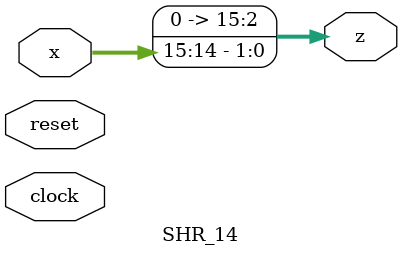
<source format=v>
module SHR_14(

    clock,
    reset,
    x,
    z);

input [15:0] x;
output [15:0] z;
input clock;
input reset;
wire [15:0] x;
wire [15:0] z;
assign z = x >> 14;
endmodule //SHR_14

</source>
